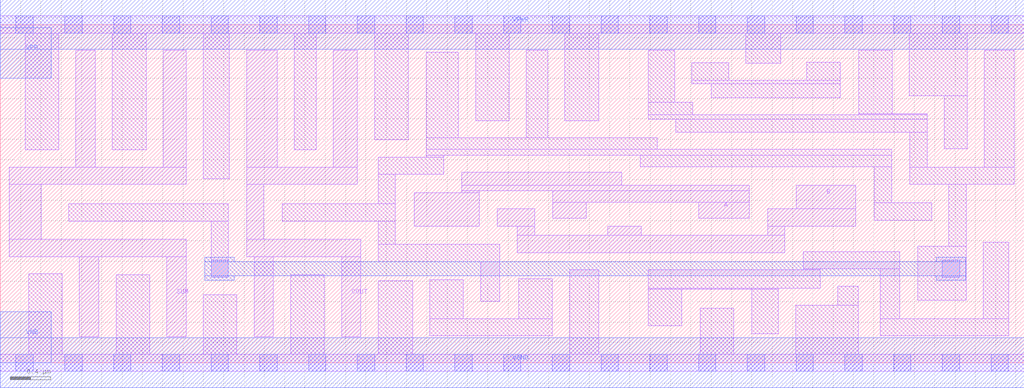
<source format=lef>
# Copyright 2020 The SkyWater PDK Authors
#
# Licensed under the Apache License, Version 2.0 (the "License");
# you may not use this file except in compliance with the License.
# You may obtain a copy of the License at
#
#     https://www.apache.org/licenses/LICENSE-2.0
#
# Unless required by applicable law or agreed to in writing, software
# distributed under the License is distributed on an "AS IS" BASIS,
# WITHOUT WARRANTIES OR CONDITIONS OF ANY KIND, either express or implied.
# See the License for the specific language governing permissions and
# limitations under the License.
#
# SPDX-License-Identifier: Apache-2.0

VERSION 5.5 ;
NAMESCASESENSITIVE ON ;
BUSBITCHARS "[]" ;
DIVIDERCHAR "/" ;
MACRO sky130_fd_sc_lp__ha_4
  CLASS CORE ;
  SOURCE USER ;
  ORIGIN  0.000000  0.000000 ;
  SIZE  10.08000 BY  3.330000 ;
  SYMMETRY X Y R90 ;
  SITE unit ;
  PIN A
    ANTENNAGATEAREA  1.260000 ;
    DIRECTION INPUT ;
    USE SIGNAL ;
    PORT
      LAYER li1 ;
        RECT 4.075000 1.345000 4.715000 1.675000 ;
        RECT 4.545000 1.675000 4.715000 1.695000 ;
        RECT 4.545000 1.695000 7.375000 1.750000 ;
        RECT 4.545000 1.750000 6.120000 1.875000 ;
        RECT 5.440000 1.425000 5.770000 1.580000 ;
        RECT 5.440000 1.580000 7.375000 1.695000 ;
        RECT 6.875000 1.425000 7.375000 1.580000 ;
    END
  END A
  PIN B
    ANTENNAGATEAREA  1.260000 ;
    DIRECTION INPUT ;
    USE SIGNAL ;
    PORT
      LAYER li1 ;
        RECT 4.895000 1.345000 5.260000 1.515000 ;
        RECT 5.090000 1.085000 7.725000 1.255000 ;
        RECT 5.090000 1.255000 5.260000 1.345000 ;
        RECT 5.980000 1.255000 6.310000 1.345000 ;
        RECT 7.555000 1.255000 7.725000 1.345000 ;
        RECT 7.555000 1.345000 8.425000 1.515000 ;
        RECT 7.835000 1.515000 8.425000 1.750000 ;
    END
  END B
  PIN COUT
    ANTENNADIFFAREA  1.176000 ;
    DIRECTION OUTPUT ;
    USE SIGNAL ;
    PORT
      LAYER li1 ;
        RECT 2.425000 1.045000 3.550000 1.215000 ;
        RECT 2.425000 1.215000 2.595000 1.755000 ;
        RECT 2.425000 1.755000 3.515000 1.925000 ;
        RECT 2.425000 1.925000 2.725000 3.075000 ;
        RECT 2.500000 0.255000 2.690000 1.045000 ;
        RECT 3.280000 1.925000 3.515000 3.075000 ;
        RECT 3.360000 0.255000 3.550000 1.045000 ;
    END
  END COUT
  PIN SUM
    ANTENNADIFFAREA  1.176000 ;
    DIRECTION OUTPUT ;
    USE SIGNAL ;
    PORT
      LAYER li1 ;
        RECT 0.090000 1.045000 1.830000 1.215000 ;
        RECT 0.090000 1.215000 0.405000 1.755000 ;
        RECT 0.090000 1.755000 1.830000 1.925000 ;
        RECT 0.745000 1.925000 0.935000 3.075000 ;
        RECT 0.780000 0.255000 0.970000 1.045000 ;
        RECT 1.605000 1.925000 1.830000 3.075000 ;
        RECT 1.640000 0.255000 1.830000 1.045000 ;
    END
  END SUM
  PIN VGND
    DIRECTION INOUT ;
    USE GROUND ;
    PORT
      LAYER met1 ;
        RECT 0.000000 -0.245000 10.080000 0.245000 ;
    END
  END VGND
  PIN VNB
    DIRECTION INOUT ;
    USE GROUND ;
    PORT
      LAYER met1 ;
        RECT 0.000000 0.000000 0.500000 0.500000 ;
    END
  END VNB
  PIN VPB
    DIRECTION INOUT ;
    USE POWER ;
    PORT
      LAYER met1 ;
        RECT 0.000000 2.800000 0.500000 3.300000 ;
    END
  END VPB
  PIN VPWR
    DIRECTION INOUT ;
    USE POWER ;
    PORT
      LAYER met1 ;
        RECT 0.000000 3.085000 10.080000 3.575000 ;
    END
  END VPWR
  OBS
    LAYER li1 ;
      RECT 0.000000 -0.085000 10.080000 0.085000 ;
      RECT 0.000000  3.245000 10.080000 3.415000 ;
      RECT 0.245000  2.095000  0.575000 3.245000 ;
      RECT 0.280000  0.085000  0.610000 0.875000 ;
      RECT 0.675000  1.395000  2.245000 1.565000 ;
      RECT 1.105000  2.095000  1.435000 3.245000 ;
      RECT 1.140000  0.085000  1.470000 0.865000 ;
      RECT 2.000000  0.085000  2.330000 0.670000 ;
      RECT 2.000000  1.810000  2.255000 3.245000 ;
      RECT 2.075000  0.840000  2.245000 1.395000 ;
      RECT 2.775000  1.395000  3.890000 1.565000 ;
      RECT 2.860000  0.085000  3.190000 0.865000 ;
      RECT 2.895000  2.095000  3.110000 3.245000 ;
      RECT 3.685000  2.195000  4.015000 3.245000 ;
      RECT 3.720000  0.085000  4.060000 0.805000 ;
      RECT 3.720000  0.995000  4.920000 1.165000 ;
      RECT 3.720000  1.165000  3.890000 1.395000 ;
      RECT 3.720000  1.565000  3.890000 1.855000 ;
      RECT 3.720000  1.855000  4.365000 2.025000 ;
      RECT 4.195000  2.025000  4.365000 2.045000 ;
      RECT 4.195000  2.045000  8.775000 2.100000 ;
      RECT 4.195000  2.100000  6.470000 2.215000 ;
      RECT 4.195000  2.215000  4.510000 3.055000 ;
      RECT 4.230000  0.265000  5.435000 0.435000 ;
      RECT 4.230000  0.435000  4.560000 0.815000 ;
      RECT 4.680000  2.385000  5.010000 3.245000 ;
      RECT 4.730000  0.605000  4.920000 0.995000 ;
      RECT 5.105000  0.435000  5.435000 0.825000 ;
      RECT 5.180000  2.215000  5.390000 3.075000 ;
      RECT 5.560000  2.385000  5.890000 3.245000 ;
      RECT 5.605000  0.085000  5.890000 0.915000 ;
      RECT 6.300000  1.930000  8.775000 2.045000 ;
      RECT 6.380000  0.365000  6.710000 0.725000 ;
      RECT 6.380000  0.725000  7.660000 0.735000 ;
      RECT 6.380000  0.735000  8.075000 0.915000 ;
      RECT 6.380000  2.395000  9.125000 2.440000 ;
      RECT 6.380000  2.440000  6.820000 2.565000 ;
      RECT 6.380000  2.565000  6.640000 3.075000 ;
      RECT 6.650000  2.270000  9.125000 2.395000 ;
      RECT 6.810000  2.745000  8.270000 2.780000 ;
      RECT 6.810000  2.780000  7.170000 2.955000 ;
      RECT 6.890000  0.085000  7.220000 0.535000 ;
      RECT 7.000000  2.610000  8.270000 2.745000 ;
      RECT 7.340000  2.950000  7.685000 3.245000 ;
      RECT 7.400000  0.285000  7.660000 0.725000 ;
      RECT 7.830000  0.085000  8.445000 0.565000 ;
      RECT 7.905000  0.915000  8.075000 0.925000 ;
      RECT 7.905000  0.925000  8.855000 1.095000 ;
      RECT 7.940000  2.780000  8.270000 2.960000 ;
      RECT 8.245000  0.565000  8.445000 0.755000 ;
      RECT 8.450000  2.440000  9.125000 2.450000 ;
      RECT 8.450000  2.450000  8.780000 3.075000 ;
      RECT 8.605000  1.405000  9.170000 1.575000 ;
      RECT 8.605000  1.575000  8.775000 1.930000 ;
      RECT 8.665000  0.265000  9.930000 0.435000 ;
      RECT 8.665000  0.435000  8.855000 0.925000 ;
      RECT 8.950000  2.630000  9.520000 3.245000 ;
      RECT 8.955000  1.755000  9.985000 1.925000 ;
      RECT 8.955000  1.925000  9.125000 2.270000 ;
      RECT 9.035000  0.615000  9.510000 1.145000 ;
      RECT 9.295000  2.105000  9.520000 2.630000 ;
      RECT 9.340000  1.145000  9.510000 1.755000 ;
      RECT 9.680000  0.435000  9.930000 1.185000 ;
      RECT 9.690000  1.925000  9.985000 3.075000 ;
    LAYER mcon ;
      RECT 0.155000 -0.085000 0.325000 0.085000 ;
      RECT 0.155000  3.245000 0.325000 3.415000 ;
      RECT 0.635000 -0.085000 0.805000 0.085000 ;
      RECT 0.635000  3.245000 0.805000 3.415000 ;
      RECT 1.115000 -0.085000 1.285000 0.085000 ;
      RECT 1.115000  3.245000 1.285000 3.415000 ;
      RECT 1.595000 -0.085000 1.765000 0.085000 ;
      RECT 1.595000  3.245000 1.765000 3.415000 ;
      RECT 2.075000 -0.085000 2.245000 0.085000 ;
      RECT 2.075000  0.840000 2.245000 1.010000 ;
      RECT 2.075000  3.245000 2.245000 3.415000 ;
      RECT 2.555000 -0.085000 2.725000 0.085000 ;
      RECT 2.555000  3.245000 2.725000 3.415000 ;
      RECT 3.035000 -0.085000 3.205000 0.085000 ;
      RECT 3.035000  3.245000 3.205000 3.415000 ;
      RECT 3.515000 -0.085000 3.685000 0.085000 ;
      RECT 3.515000  3.245000 3.685000 3.415000 ;
      RECT 3.995000 -0.085000 4.165000 0.085000 ;
      RECT 3.995000  3.245000 4.165000 3.415000 ;
      RECT 4.475000 -0.085000 4.645000 0.085000 ;
      RECT 4.475000  3.245000 4.645000 3.415000 ;
      RECT 4.955000 -0.085000 5.125000 0.085000 ;
      RECT 4.955000  3.245000 5.125000 3.415000 ;
      RECT 5.435000 -0.085000 5.605000 0.085000 ;
      RECT 5.435000  3.245000 5.605000 3.415000 ;
      RECT 5.915000 -0.085000 6.085000 0.085000 ;
      RECT 5.915000  3.245000 6.085000 3.415000 ;
      RECT 6.395000 -0.085000 6.565000 0.085000 ;
      RECT 6.395000  3.245000 6.565000 3.415000 ;
      RECT 6.875000 -0.085000 7.045000 0.085000 ;
      RECT 6.875000  3.245000 7.045000 3.415000 ;
      RECT 7.355000 -0.085000 7.525000 0.085000 ;
      RECT 7.355000  3.245000 7.525000 3.415000 ;
      RECT 7.835000 -0.085000 8.005000 0.085000 ;
      RECT 7.835000  3.245000 8.005000 3.415000 ;
      RECT 8.315000 -0.085000 8.485000 0.085000 ;
      RECT 8.315000  3.245000 8.485000 3.415000 ;
      RECT 8.795000 -0.085000 8.965000 0.085000 ;
      RECT 8.795000  3.245000 8.965000 3.415000 ;
      RECT 9.275000 -0.085000 9.445000 0.085000 ;
      RECT 9.275000  0.840000 9.445000 1.010000 ;
      RECT 9.275000  3.245000 9.445000 3.415000 ;
      RECT 9.755000 -0.085000 9.925000 0.085000 ;
      RECT 9.755000  3.245000 9.925000 3.415000 ;
    LAYER met1 ;
      RECT 2.015000 0.810000 2.305000 0.855000 ;
      RECT 2.015000 0.855000 9.505000 0.995000 ;
      RECT 2.015000 0.995000 2.305000 1.040000 ;
      RECT 9.215000 0.810000 9.505000 0.855000 ;
      RECT 9.215000 0.995000 9.505000 1.040000 ;
  END
END sky130_fd_sc_lp__ha_4
END LIBRARY

</source>
